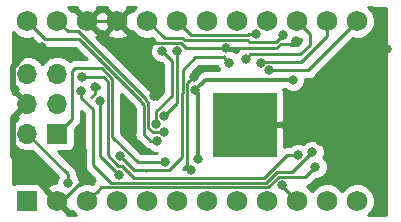
<source format=gbr>
G04 #@! TF.GenerationSoftware,KiCad,Pcbnew,(5.0.0)*
G04 #@! TF.CreationDate,2018-09-27T10:12:33-06:00*
G04 #@! TF.ProjectId,NRF52832 Base,4E5246353238333220426173652E6B69,rev?*
G04 #@! TF.SameCoordinates,Original*
G04 #@! TF.FileFunction,Copper,L2,Bot,Signal*
G04 #@! TF.FilePolarity,Positive*
%FSLAX46Y46*%
G04 Gerber Fmt 4.6, Leading zero omitted, Abs format (unit mm)*
G04 Created by KiCad (PCBNEW (5.0.0)) date 09/27/18 10:12:33*
%MOMM*%
%LPD*%
G01*
G04 APERTURE LIST*
G04 #@! TA.AperFunction,Conductor*
%ADD10R,5.400000X5.400000*%
G04 #@! TD*
G04 #@! TA.AperFunction,ViaPad*
%ADD11C,0.600000*%
G04 #@! TD*
G04 #@! TA.AperFunction,ComponentPad*
%ADD12R,1.752600X1.752600*%
G04 #@! TD*
G04 #@! TA.AperFunction,ComponentPad*
%ADD13C,1.752600*%
G04 #@! TD*
G04 #@! TA.AperFunction,ComponentPad*
%ADD14R,1.700000X1.700000*%
G04 #@! TD*
G04 #@! TA.AperFunction,ComponentPad*
%ADD15O,1.700000X1.700000*%
G04 #@! TD*
G04 #@! TA.AperFunction,ViaPad*
%ADD16C,0.800000*%
G04 #@! TD*
G04 #@! TA.AperFunction,Conductor*
%ADD17C,0.250000*%
G04 #@! TD*
G04 #@! TA.AperFunction,Conductor*
%ADD18C,0.500000*%
G04 #@! TD*
G04 #@! TA.AperFunction,Conductor*
%ADD19C,0.330000*%
G04 #@! TD*
G04 #@! TA.AperFunction,Conductor*
%ADD20C,0.254000*%
G04 #@! TD*
G04 APERTURE END LIST*
D10*
G04 #@! TO.N,GND*
G04 #@! TO.C,U1*
X131445000Y-90678000D03*
D11*
X129978333Y-89944667D03*
X129978333Y-91411333D03*
X130711667Y-89211333D03*
X130711667Y-89944667D03*
X130711667Y-90678000D03*
X130711667Y-91411333D03*
X130711667Y-92144667D03*
X131445000Y-89944667D03*
X131445000Y-91411333D03*
X132178333Y-89211333D03*
X132178333Y-89944667D03*
X132178333Y-90678000D03*
X132178333Y-91411333D03*
X132178333Y-92144667D03*
X132911667Y-89944667D03*
X132911667Y-91411333D03*
G04 #@! TD*
D12*
G04 #@! TO.P,U2,1*
G04 #@! TO.N,RAW*
X113030000Y-97155000D03*
D13*
G04 #@! TO.P,U2,2*
G04 #@! TO.N,GND*
X115570000Y-97155000D03*
G04 #@! TO.P,U2,3*
G04 #@! TO.N,RESET*
X118110000Y-97155000D03*
G04 #@! TO.P,U2,4*
G04 #@! TO.N,VCC*
X120650000Y-97155000D03*
G04 #@! TO.P,U2,5*
G04 #@! TO.N,/P0.07*
X123190000Y-97155000D03*
G04 #@! TO.P,U2,6*
G04 #@! TO.N,/P0.09*
X125730000Y-97155000D03*
G04 #@! TO.P,U2,7*
G04 #@! TO.N,/P0.10*
X128270000Y-97155000D03*
G04 #@! TO.P,U2,8*
G04 #@! TO.N,/P0.11*
X130810000Y-97155000D03*
G04 #@! TO.P,U2,9*
G04 #@! TO.N,SCK*
X133350000Y-97155000D03*
G04 #@! TO.P,U2,10*
G04 #@! TO.N,MISO*
X135890000Y-97155000D03*
G04 #@! TO.P,U2,11*
G04 #@! TO.N,MOSI*
X138430000Y-97155000D03*
G04 #@! TO.P,U2,12*
G04 #@! TO.N,/P0.18*
X140970000Y-97155000D03*
G04 #@! TO.P,U2,24*
G04 #@! TO.N,/P0.27*
X140970000Y-81915000D03*
G04 #@! TO.P,U2,23*
G04 #@! TO.N,/P0.28*
X138430000Y-81915000D03*
G04 #@! TO.P,U2,22*
G04 #@! TO.N,/P0.29*
X135890000Y-81915000D03*
G04 #@! TO.P,U2,21*
G04 #@! TO.N,/P0.30*
X133350000Y-81915000D03*
G04 #@! TO.P,U2,20*
G04 #@! TO.N,/P0.02*
X130810000Y-81915000D03*
G04 #@! TO.P,U2,19*
G04 #@! TO.N,/P0.03*
X128270000Y-81915000D03*
G04 #@! TO.P,U2,18*
G04 #@! TO.N,SCL*
X125730000Y-81915000D03*
G04 #@! TO.P,U2,17*
G04 #@! TO.N,SDA*
X123190000Y-81915000D03*
G04 #@! TO.P,U2,16*
G04 #@! TO.N,GND*
X120650000Y-81915000D03*
G04 #@! TO.P,U2,15*
X118110000Y-81915000D03*
G04 #@! TO.P,U2,14*
G04 #@! TO.N,/P0.04*
X115570000Y-81915000D03*
G04 #@! TO.P,U2,13*
G04 #@! TO.N,/P0.05*
X113030000Y-81915000D03*
G04 #@! TD*
D14*
G04 #@! TO.P,J1,1*
G04 #@! TO.N,RXD*
X115570000Y-91440000D03*
D15*
G04 #@! TO.P,J1,2*
G04 #@! TO.N,TXD*
X113030000Y-91440000D03*
G04 #@! TO.P,J1,3*
G04 #@! TO.N,VCC*
X115570000Y-88900000D03*
G04 #@! TO.P,J1,4*
G04 #@! TO.N,GND*
X113030000Y-88900000D03*
G04 #@! TO.P,J1,5*
G04 #@! TO.N,SWDCLK*
X115570000Y-86360000D03*
G04 #@! TO.P,J1,6*
G04 #@! TO.N,SWDIO*
X113030000Y-86360000D03*
G04 #@! TD*
D16*
G04 #@! TO.N,GND*
X140970000Y-84455000D03*
X140970000Y-87932260D03*
X140970000Y-89408000D03*
X142875000Y-93345000D03*
X142875000Y-90805000D03*
X140970000Y-86360000D03*
X137160000Y-87386160D03*
X132969000Y-92202000D03*
X131445000Y-92202000D03*
X129921000Y-92202000D03*
X129921000Y-90678000D03*
X131445000Y-90678000D03*
X132969000Y-90678000D03*
X132969000Y-89154000D03*
X131445000Y-89154000D03*
X129921000Y-89154000D03*
X141605000Y-94615000D03*
X142875000Y-95250000D03*
X137795000Y-92075000D03*
X143514000Y-84270000D03*
X129844800Y-84226396D03*
X126898400Y-94488000D03*
X127152400Y-86614000D03*
X122326400Y-84480400D03*
X118770400Y-87477600D03*
X114249200Y-84124800D03*
X135788400Y-83566000D03*
X135839200Y-91795600D03*
X123748800Y-88290400D03*
X121793000Y-90551000D03*
G04 #@! TO.N,VCC*
X127457200Y-93624400D03*
X135534400Y-86867999D03*
X119168579Y-88648805D03*
X127249443Y-87757000D03*
X120802400Y-94928674D03*
G04 #@! TO.N,MISO*
X134620000Y-95766460D03*
G04 #@! TO.N,SDA*
X134670800Y-83108800D03*
G04 #@! TO.N,SCL*
X132380572Y-83002972D03*
G04 #@! TO.N,RESET*
X137414000Y-94234000D03*
G04 #@! TO.N,VBATT*
X130120484Y-85425361D03*
X120898698Y-93375702D03*
G04 #@! TO.N,SWDCLK*
X135946102Y-93274102D03*
X117652800Y-86614000D03*
G04 #@! TO.N,SWDIO*
X137160000Y-93014800D03*
X117602000Y-87846000D03*
G04 #@! TO.N,/P0.02*
X125730000Y-84455000D03*
X124626971Y-89955467D03*
G04 #@! TO.N,/P0.03*
X124460000Y-84455000D03*
X123951961Y-90627213D03*
G04 #@! TO.N,/P0.04*
X124618112Y-91320934D03*
G04 #@! TO.N,/P0.05*
X123996003Y-92038919D03*
G04 #@! TO.N,TXD*
X116484400Y-95656400D03*
G04 #@! TO.N,RXD*
X124663200Y-93878400D03*
G04 #@! TO.N,/P0.27*
X133512503Y-86063860D03*
G04 #@! TO.N,/P0.28*
X132791200Y-85445600D03*
G04 #@! TO.N,/P0.29*
X131521200Y-85140794D03*
G04 #@! TD*
D17*
G04 #@! TO.N,GND*
X126054002Y-83779998D02*
X126500400Y-84226396D01*
X120650000Y-81915000D02*
X122514998Y-83779998D01*
X129279115Y-84226396D02*
X129844800Y-84226396D01*
X122514998Y-83779998D02*
X126054002Y-83779998D01*
X126500400Y-84226396D02*
X129279115Y-84226396D01*
X119349275Y-81915000D02*
X120650000Y-81915000D01*
X118110000Y-81915000D02*
X119349275Y-81915000D01*
D18*
X112180001Y-89749999D02*
X113030000Y-88900000D01*
X111779999Y-90150001D02*
X112180001Y-89749999D01*
X111779999Y-93364999D02*
X111779999Y-90150001D01*
X115570000Y-97155000D02*
X111779999Y-93364999D01*
D17*
X134118903Y-84226396D02*
X134474499Y-83870800D01*
X129844800Y-84226396D02*
X134118903Y-84226396D01*
X134474499Y-83870800D02*
X135483600Y-83870800D01*
X135483600Y-83870800D02*
X135788400Y-83566000D01*
X118770400Y-88069598D02*
X118465600Y-88374398D01*
X118770400Y-87477600D02*
X118770400Y-88069598D01*
D18*
X113683515Y-84124800D02*
X114249200Y-84124800D01*
X113415198Y-84124800D02*
X113683515Y-84124800D01*
X111779999Y-85759999D02*
X113415198Y-84124800D01*
X111779999Y-87649999D02*
X111779999Y-85759999D01*
X113030000Y-88900000D02*
X111779999Y-87649999D01*
D17*
X122726399Y-83991399D02*
X122514998Y-83779998D01*
X122726399Y-84080401D02*
X122726399Y-83991399D01*
X122326400Y-84480400D02*
X122726399Y-84080401D01*
X115984802Y-97155000D02*
X117906800Y-95233002D01*
X115570000Y-97155000D02*
X115984802Y-97155000D01*
X117906800Y-95233002D02*
X117906800Y-92760800D01*
X126898400Y-94488000D02*
X126530022Y-94119622D01*
X126530022Y-88171478D02*
X126574433Y-88127067D01*
X126752401Y-87013999D02*
X127152400Y-86614000D01*
X126574433Y-87191967D02*
X126752401Y-87013999D01*
X126574433Y-88127067D02*
X126574433Y-87191967D01*
X126530022Y-94119622D02*
X126530022Y-88171478D01*
D19*
G04 #@! TO.N,VCC*
X127457200Y-93624400D02*
X127457200Y-87964757D01*
X135534400Y-86867999D02*
X128138444Y-86867999D01*
X127649442Y-87357001D02*
X127249443Y-87757000D01*
X127457200Y-87964757D02*
X127249443Y-87757000D01*
X128138444Y-86867999D02*
X127649442Y-87357001D01*
D17*
X119168579Y-93294853D02*
X120402401Y-94528675D01*
X120402401Y-94528675D02*
X120802400Y-94928674D01*
X119168579Y-88648805D02*
X119168579Y-93294853D01*
G04 #@! TO.N,MISO*
X135890000Y-97155000D02*
X134620000Y-95885000D01*
X134620000Y-95885000D02*
X134620000Y-95766460D01*
G04 #@! TO.N,SDA*
X134270801Y-83508799D02*
X134670800Y-83108800D01*
X134061200Y-83718400D02*
X134270801Y-83508799D01*
X124654987Y-83379987D02*
X126219691Y-83379987D01*
X123190000Y-81915000D02*
X124654987Y-83379987D01*
X126219691Y-83379987D02*
X126327030Y-83487326D01*
X126327030Y-83487326D02*
X131662722Y-83487326D01*
X131662722Y-83487326D02*
X131893796Y-83718400D01*
X131893796Y-83718400D02*
X134061200Y-83718400D01*
G04 #@! TO.N,SCL*
X131738690Y-83079169D02*
X131814887Y-83002972D01*
X131814887Y-83002972D02*
X132380572Y-83002972D01*
X126894169Y-83079169D02*
X131738690Y-83079169D01*
X125730000Y-81915000D02*
X126894169Y-83079169D01*
G04 #@! TO.N,RESET*
X122070603Y-96003699D02*
X119261301Y-96003699D01*
X134335140Y-95091460D02*
X133427378Y-95999222D01*
X133427378Y-95999222D02*
X122075080Y-95999222D01*
X122075080Y-95999222D02*
X122070603Y-96003699D01*
X119261301Y-96003699D02*
X118986299Y-96278701D01*
X118986299Y-96278701D02*
X118110000Y-97155000D01*
X136556540Y-95091460D02*
X134335140Y-95091460D01*
X137414000Y-94234000D02*
X136556540Y-95091460D01*
G04 #@! TO.N,VBATT*
X129720485Y-85025362D02*
X130120484Y-85425361D01*
X129671467Y-84886800D02*
X129671467Y-84976344D01*
X129671467Y-84976344D02*
X129720485Y-85025362D01*
X123103001Y-94553401D02*
X123066802Y-94589600D01*
X123103001Y-94553401D02*
X122076397Y-94553401D01*
X122076397Y-94553401D02*
X120898698Y-93375702D01*
X126174422Y-87961378D02*
X126130011Y-88005789D01*
X129671467Y-84976344D02*
X127215256Y-84976344D01*
X127215256Y-84976344D02*
X126174422Y-86017178D01*
X126130011Y-93410591D02*
X124987201Y-94553401D01*
X126130011Y-88005789D02*
X126130011Y-93410591D01*
X126174422Y-86017178D02*
X126174422Y-87961378D01*
X124987201Y-94553401D02*
X123103001Y-94553401D01*
G04 #@! TO.N,SWDCLK*
X118218485Y-86614000D02*
X117652800Y-86614000D01*
X135021098Y-93274102D02*
X133096000Y-95199200D01*
X133096000Y-95199200D02*
X122046526Y-95199200D01*
X119843589Y-93275189D02*
X119843589Y-86975989D01*
X135946102Y-93274102D02*
X135021098Y-93274102D01*
X122046526Y-95199200D02*
X121015925Y-94168599D01*
X119481600Y-86614000D02*
X118218485Y-86614000D01*
X119843589Y-86975989D02*
X119481600Y-86614000D01*
X121015925Y-94168599D02*
X120736999Y-94168599D01*
X120736999Y-94168599D02*
X119843589Y-93275189D01*
G04 #@! TO.N,SWDIO*
X121295316Y-95603688D02*
X120089288Y-95603688D01*
X117602000Y-88411685D02*
X117602000Y-87846000D01*
X121299793Y-95599211D02*
X121295316Y-95603688D01*
X120089288Y-95603688D02*
X118567200Y-94081600D01*
X118567200Y-89376885D02*
X117602000Y-88411685D01*
X133261689Y-95599211D02*
X121299793Y-95599211D01*
X134169453Y-94691447D02*
X133261689Y-95599211D01*
X135483353Y-94691447D02*
X134169453Y-94691447D01*
X137160000Y-93014800D02*
X135483353Y-94691447D01*
X118567200Y-94081600D02*
X118567200Y-89376885D01*
G04 #@! TO.N,/P0.02*
X125026970Y-89555468D02*
X124626971Y-89955467D01*
X125730000Y-84455000D02*
X125730000Y-88852438D01*
X125730000Y-88852438D02*
X125026970Y-89555468D01*
G04 #@! TO.N,/P0.03*
X123951961Y-90061528D02*
X123951961Y-90627213D01*
X125272800Y-88239600D02*
X123951961Y-89560439D01*
X124460000Y-84455000D02*
X125272800Y-85267800D01*
X125272800Y-85267800D02*
X125272800Y-88239600D01*
X123951961Y-89560439D02*
X123951961Y-90061528D01*
G04 #@! TO.N,/P0.04*
X115570000Y-81915000D02*
X116446299Y-82791299D01*
X123636635Y-91320934D02*
X124052427Y-91320934D01*
X123073799Y-88614401D02*
X123272952Y-88813554D01*
X116446299Y-82791299D02*
X117355999Y-82791299D01*
X123073799Y-88509099D02*
X123073799Y-88614401D01*
X117355999Y-82791299D02*
X123073799Y-88509099D01*
X124052427Y-91320934D02*
X124618112Y-91320934D01*
X123272952Y-88813554D02*
X123272952Y-90957251D01*
X123272952Y-90957251D02*
X123636635Y-91320934D01*
G04 #@! TO.N,/P0.05*
X114528600Y-83413600D02*
X117412600Y-83413600D01*
X122872941Y-91481542D02*
X123430318Y-92038919D01*
X123430318Y-92038919D02*
X123996003Y-92038919D01*
X117412600Y-83413600D02*
X122673788Y-88674788D01*
X122673788Y-88674788D02*
X122673788Y-88780090D01*
X113030000Y-81915000D02*
X114528600Y-83413600D01*
X122673788Y-88780090D02*
X122872941Y-88979243D01*
X122872941Y-88979243D02*
X122872941Y-91481542D01*
G04 #@! TO.N,TXD*
X113030000Y-91440000D02*
X116484400Y-94894400D01*
X116484400Y-95090715D02*
X116484400Y-95656400D01*
X116484400Y-94894400D02*
X116484400Y-95090715D01*
G04 #@! TO.N,RXD*
X116840000Y-90170000D02*
X116840000Y-86106000D01*
X120243600Y-91744800D02*
X122377200Y-93878400D01*
X116840000Y-86106000D02*
X117043200Y-85902800D01*
X117043200Y-85902800D02*
X119336100Y-85902800D01*
X122377200Y-93878400D02*
X124663200Y-93878400D01*
X119336100Y-85902800D02*
X120243600Y-86810300D01*
X115570000Y-91440000D02*
X116840000Y-90170000D01*
X120243600Y-86810300D02*
X120243600Y-91744800D01*
G04 #@! TO.N,/P0.27*
X136821140Y-86063860D02*
X134078188Y-86063860D01*
X134078188Y-86063860D02*
X133512503Y-86063860D01*
X140970000Y-81915000D02*
X136821140Y-86063860D01*
G04 #@! TO.N,/P0.28*
X132892800Y-85344000D02*
X132791200Y-85445600D01*
X138430000Y-83154275D02*
X136240275Y-85344000D01*
X136240275Y-85344000D02*
X132892800Y-85344000D01*
X138430000Y-81915000D02*
X138430000Y-83154275D01*
G04 #@! TO.N,/P0.29*
X131921199Y-84740795D02*
X131521200Y-85140794D01*
X131927594Y-84734400D02*
X131921199Y-84740795D01*
X136144000Y-84734400D02*
X131927594Y-84734400D01*
X136956800Y-83921600D02*
X136144000Y-84734400D01*
X135890000Y-81915000D02*
X136956800Y-82981800D01*
X136956800Y-82981800D02*
X136956800Y-83921600D01*
G04 #@! TD*
D20*
G04 #@! TO.N,GND*
G36*
X142150197Y-80734803D02*
X142191399Y-80762333D01*
X142240000Y-80772000D01*
X143383000Y-80772000D01*
X143383000Y-98298000D01*
X142240000Y-98298000D01*
X142191399Y-98307667D01*
X142150197Y-98335197D01*
X142140306Y-98350000D01*
X141912301Y-98350000D01*
X142251218Y-98011083D01*
X142481300Y-97455616D01*
X142481300Y-96854384D01*
X142251218Y-96298917D01*
X141826083Y-95873782D01*
X141270616Y-95643700D01*
X140669384Y-95643700D01*
X140113917Y-95873782D01*
X139700000Y-96287699D01*
X139286083Y-95873782D01*
X138730616Y-95643700D01*
X138129384Y-95643700D01*
X137573917Y-95873782D01*
X137160000Y-96287699D01*
X136746083Y-95873782D01*
X136672468Y-95843290D01*
X136853077Y-95807364D01*
X137104469Y-95639389D01*
X137146871Y-95575930D01*
X137453801Y-95269000D01*
X137619874Y-95269000D01*
X138000280Y-95111431D01*
X138291431Y-94820280D01*
X138449000Y-94439874D01*
X138449000Y-94028126D01*
X138291431Y-93647720D01*
X138098165Y-93454454D01*
X138195000Y-93220674D01*
X138195000Y-92808926D01*
X138037431Y-92428520D01*
X137746280Y-92137369D01*
X137365874Y-91979800D01*
X136954126Y-91979800D01*
X136573720Y-92137369D01*
X136378258Y-92332831D01*
X136151976Y-92239102D01*
X135740228Y-92239102D01*
X135359822Y-92396671D01*
X135242391Y-92514102D01*
X135095946Y-92514102D01*
X135021098Y-92499214D01*
X134946250Y-92514102D01*
X134946246Y-92514102D01*
X134780000Y-92547170D01*
X134780000Y-90963750D01*
X134621250Y-90805000D01*
X133338395Y-90805000D01*
X133356471Y-90786924D01*
X133364274Y-90783692D01*
X133364580Y-90778815D01*
X133376486Y-90766909D01*
X133370907Y-90678000D01*
X133376486Y-90589091D01*
X133364580Y-90577185D01*
X133364274Y-90572308D01*
X133357673Y-90570278D01*
X133338395Y-90551000D01*
X134621250Y-90551000D01*
X134780000Y-90392250D01*
X134780000Y-87851690D01*
X134703913Y-87667999D01*
X134870689Y-87667999D01*
X134948120Y-87745430D01*
X135328526Y-87902999D01*
X135740274Y-87902999D01*
X136120680Y-87745430D01*
X136411831Y-87454279D01*
X136569400Y-87073873D01*
X136569400Y-86823860D01*
X136746293Y-86823860D01*
X136821140Y-86838748D01*
X136895987Y-86823860D01*
X136895992Y-86823860D01*
X137117677Y-86779764D01*
X137369069Y-86611789D01*
X137411471Y-86548330D01*
X140573301Y-83386501D01*
X140669384Y-83426300D01*
X141270616Y-83426300D01*
X141826083Y-83196218D01*
X142251218Y-82771083D01*
X142481300Y-82215616D01*
X142481300Y-81614384D01*
X142251218Y-81058917D01*
X141912301Y-80720000D01*
X142140306Y-80720000D01*
X142150197Y-80734803D01*
X142150197Y-80734803D01*
G37*
X142150197Y-80734803D02*
X142191399Y-80762333D01*
X142240000Y-80772000D01*
X143383000Y-80772000D01*
X143383000Y-98298000D01*
X142240000Y-98298000D01*
X142191399Y-98307667D01*
X142150197Y-98335197D01*
X142140306Y-98350000D01*
X141912301Y-98350000D01*
X142251218Y-98011083D01*
X142481300Y-97455616D01*
X142481300Y-96854384D01*
X142251218Y-96298917D01*
X141826083Y-95873782D01*
X141270616Y-95643700D01*
X140669384Y-95643700D01*
X140113917Y-95873782D01*
X139700000Y-96287699D01*
X139286083Y-95873782D01*
X138730616Y-95643700D01*
X138129384Y-95643700D01*
X137573917Y-95873782D01*
X137160000Y-96287699D01*
X136746083Y-95873782D01*
X136672468Y-95843290D01*
X136853077Y-95807364D01*
X137104469Y-95639389D01*
X137146871Y-95575930D01*
X137453801Y-95269000D01*
X137619874Y-95269000D01*
X138000280Y-95111431D01*
X138291431Y-94820280D01*
X138449000Y-94439874D01*
X138449000Y-94028126D01*
X138291431Y-93647720D01*
X138098165Y-93454454D01*
X138195000Y-93220674D01*
X138195000Y-92808926D01*
X138037431Y-92428520D01*
X137746280Y-92137369D01*
X137365874Y-91979800D01*
X136954126Y-91979800D01*
X136573720Y-92137369D01*
X136378258Y-92332831D01*
X136151976Y-92239102D01*
X135740228Y-92239102D01*
X135359822Y-92396671D01*
X135242391Y-92514102D01*
X135095946Y-92514102D01*
X135021098Y-92499214D01*
X134946250Y-92514102D01*
X134946246Y-92514102D01*
X134780000Y-92547170D01*
X134780000Y-90963750D01*
X134621250Y-90805000D01*
X133338395Y-90805000D01*
X133356471Y-90786924D01*
X133364274Y-90783692D01*
X133364580Y-90778815D01*
X133376486Y-90766909D01*
X133370907Y-90678000D01*
X133376486Y-90589091D01*
X133364580Y-90577185D01*
X133364274Y-90572308D01*
X133357673Y-90570278D01*
X133338395Y-90551000D01*
X134621250Y-90551000D01*
X134780000Y-90392250D01*
X134780000Y-87851690D01*
X134703913Y-87667999D01*
X134870689Y-87667999D01*
X134948120Y-87745430D01*
X135328526Y-87902999D01*
X135740274Y-87902999D01*
X136120680Y-87745430D01*
X136411831Y-87454279D01*
X136569400Y-87073873D01*
X136569400Y-86823860D01*
X136746293Y-86823860D01*
X136821140Y-86838748D01*
X136895987Y-86823860D01*
X136895992Y-86823860D01*
X137117677Y-86779764D01*
X137369069Y-86611789D01*
X137411471Y-86548330D01*
X140573301Y-83386501D01*
X140669384Y-83426300D01*
X141270616Y-83426300D01*
X141826083Y-83196218D01*
X142251218Y-82771083D01*
X142481300Y-82215616D01*
X142481300Y-81614384D01*
X142251218Y-81058917D01*
X141912301Y-80720000D01*
X142140306Y-80720000D01*
X142150197Y-80734803D01*
G36*
X115763748Y-97140858D02*
X115749605Y-97155000D01*
X116633001Y-98038396D01*
X116815278Y-97978480D01*
X116828782Y-98011083D01*
X117167699Y-98350000D01*
X116410007Y-98350000D01*
X116453396Y-98218001D01*
X115570000Y-97334605D01*
X115555858Y-97348748D01*
X115376253Y-97169143D01*
X115390395Y-97155000D01*
X115376253Y-97140858D01*
X115555858Y-96961253D01*
X115570000Y-96975395D01*
X115584143Y-96961253D01*
X115763748Y-97140858D01*
X115763748Y-97140858D01*
G37*
X115763748Y-97140858D02*
X115749605Y-97155000D01*
X116633001Y-98038396D01*
X116815278Y-97978480D01*
X116828782Y-98011083D01*
X117167699Y-98350000D01*
X116410007Y-98350000D01*
X116453396Y-98218001D01*
X115570000Y-97334605D01*
X115555858Y-97348748D01*
X115376253Y-97169143D01*
X115390395Y-97155000D01*
X115376253Y-97140858D01*
X115555858Y-96961253D01*
X115570000Y-96975395D01*
X115584143Y-96961253D01*
X115763748Y-97140858D01*
G36*
X111959375Y-92510625D02*
X112450582Y-92838839D01*
X112883744Y-92925000D01*
X113176256Y-92925000D01*
X113396408Y-92881209D01*
X115600627Y-95085430D01*
X115449400Y-95450526D01*
X115449400Y-95647505D01*
X115204332Y-95658109D01*
X114770104Y-95837973D01*
X114686605Y-96091997D01*
X114571977Y-95977369D01*
X114506772Y-96042574D01*
X114504457Y-96030935D01*
X114364109Y-95820891D01*
X114154065Y-95680543D01*
X113906300Y-95631260D01*
X112153700Y-95631260D01*
X111905935Y-95680543D01*
X111835000Y-95727941D01*
X111835000Y-92324485D01*
X111959375Y-92510625D01*
X111959375Y-92510625D01*
G37*
X111959375Y-92510625D02*
X112450582Y-92838839D01*
X112883744Y-92925000D01*
X113176256Y-92925000D01*
X113396408Y-92881209D01*
X115600627Y-95085430D01*
X115449400Y-95450526D01*
X115449400Y-95647505D01*
X115204332Y-95658109D01*
X114770104Y-95837973D01*
X114686605Y-96091997D01*
X114571977Y-95977369D01*
X114506772Y-96042574D01*
X114504457Y-96030935D01*
X114364109Y-95820891D01*
X114154065Y-95680543D01*
X113906300Y-95631260D01*
X112153700Y-95631260D01*
X111905935Y-95680543D01*
X111835000Y-95727941D01*
X111835000Y-92324485D01*
X111959375Y-92510625D01*
G36*
X117807201Y-89691688D02*
X117807200Y-94006753D01*
X117792312Y-94081600D01*
X117807200Y-94156447D01*
X117807200Y-94156451D01*
X117851296Y-94378136D01*
X118019271Y-94629529D01*
X118082730Y-94671931D01*
X118805206Y-95394408D01*
X118713372Y-95455770D01*
X118670970Y-95519229D01*
X118506700Y-95683499D01*
X118410616Y-95643700D01*
X117809384Y-95643700D01*
X117519400Y-95763815D01*
X117519400Y-95450526D01*
X117361831Y-95070120D01*
X117247147Y-94955436D01*
X117259288Y-94894399D01*
X117244400Y-94819552D01*
X117244400Y-94819548D01*
X117200304Y-94597863D01*
X117154074Y-94528675D01*
X117074729Y-94409926D01*
X117074727Y-94409924D01*
X117032329Y-94346471D01*
X116968876Y-94304073D01*
X115602242Y-92937440D01*
X116420000Y-92937440D01*
X116667765Y-92888157D01*
X116877809Y-92747809D01*
X117018157Y-92537765D01*
X117067440Y-92290000D01*
X117067440Y-91017362D01*
X117324473Y-90760329D01*
X117387929Y-90717929D01*
X117555904Y-90466537D01*
X117600000Y-90244852D01*
X117600000Y-90244848D01*
X117614888Y-90170001D01*
X117600000Y-90095154D01*
X117600000Y-89484487D01*
X117807201Y-89691688D01*
X117807201Y-89691688D01*
G37*
X117807201Y-89691688D02*
X117807200Y-94006753D01*
X117792312Y-94081600D01*
X117807200Y-94156447D01*
X117807200Y-94156451D01*
X117851296Y-94378136D01*
X118019271Y-94629529D01*
X118082730Y-94671931D01*
X118805206Y-95394408D01*
X118713372Y-95455770D01*
X118670970Y-95519229D01*
X118506700Y-95683499D01*
X118410616Y-95643700D01*
X117809384Y-95643700D01*
X117519400Y-95763815D01*
X117519400Y-95450526D01*
X117361831Y-95070120D01*
X117247147Y-94955436D01*
X117259288Y-94894399D01*
X117244400Y-94819552D01*
X117244400Y-94819548D01*
X117200304Y-94597863D01*
X117154074Y-94528675D01*
X117074729Y-94409926D01*
X117074727Y-94409924D01*
X117032329Y-94346471D01*
X116968876Y-94304073D01*
X115602242Y-92937440D01*
X116420000Y-92937440D01*
X116667765Y-92888157D01*
X116877809Y-92747809D01*
X117018157Y-92537765D01*
X117067440Y-92290000D01*
X117067440Y-91017362D01*
X117324473Y-90760329D01*
X117387929Y-90717929D01*
X117555904Y-90466537D01*
X117600000Y-90244852D01*
X117600000Y-90244848D01*
X117614888Y-90170001D01*
X117600000Y-90095154D01*
X117600000Y-89484487D01*
X117807201Y-89691688D01*
G36*
X126579769Y-94210680D02*
X126808289Y-94439200D01*
X126176204Y-94439200D01*
X126528500Y-94086905D01*
X126579769Y-94210680D01*
X126579769Y-94210680D01*
G37*
X126579769Y-94210680D02*
X126808289Y-94439200D01*
X126176204Y-94439200D01*
X126528500Y-94086905D01*
X126579769Y-94210680D01*
G36*
X121947222Y-89023025D02*
X121957884Y-89076627D01*
X122112941Y-89308686D01*
X122112942Y-91406690D01*
X122098053Y-91481542D01*
X122157038Y-91778079D01*
X122214409Y-91863940D01*
X122325013Y-92029471D01*
X122388469Y-92071871D01*
X122839989Y-92523392D01*
X122882389Y-92586848D01*
X123133781Y-92754823D01*
X123276606Y-92783233D01*
X123409723Y-92916350D01*
X123790129Y-93073919D01*
X124003970Y-93073919D01*
X123959489Y-93118400D01*
X122692002Y-93118400D01*
X121003600Y-91429999D01*
X121003600Y-88079403D01*
X121947222Y-89023025D01*
X121947222Y-89023025D01*
G37*
X121947222Y-89023025D02*
X121957884Y-89076627D01*
X122112941Y-89308686D01*
X122112942Y-91406690D01*
X122098053Y-91481542D01*
X122157038Y-91778079D01*
X122214409Y-91863940D01*
X122325013Y-92029471D01*
X122388469Y-92071871D01*
X122839989Y-92523392D01*
X122882389Y-92586848D01*
X123133781Y-92754823D01*
X123276606Y-92783233D01*
X123409723Y-92916350D01*
X123790129Y-93073919D01*
X124003970Y-93073919D01*
X123959489Y-93118400D01*
X122692002Y-93118400D01*
X121003600Y-91429999D01*
X121003600Y-88079403D01*
X121947222Y-89023025D01*
G36*
X112148642Y-90095183D02*
X112278478Y-90156157D01*
X111959375Y-90369375D01*
X111835000Y-90555515D01*
X111835000Y-89751026D01*
X112148642Y-90095183D01*
X112148642Y-90095183D01*
G37*
X112148642Y-90095183D02*
X112278478Y-90156157D01*
X111959375Y-90369375D01*
X111835000Y-90555515D01*
X111835000Y-89751026D01*
X112148642Y-90095183D01*
G36*
X113157000Y-88773000D02*
X113177000Y-88773000D01*
X113177000Y-89027000D01*
X113157000Y-89027000D01*
X113157000Y-89047000D01*
X112903000Y-89047000D01*
X112903000Y-89027000D01*
X112883000Y-89027000D01*
X112883000Y-88773000D01*
X112903000Y-88773000D01*
X112903000Y-88753000D01*
X113157000Y-88753000D01*
X113157000Y-88773000D01*
X113157000Y-88773000D01*
G37*
X113157000Y-88773000D02*
X113177000Y-88773000D01*
X113177000Y-89027000D01*
X113157000Y-89027000D01*
X113157000Y-89047000D01*
X112903000Y-89047000D01*
X112903000Y-89027000D01*
X112883000Y-89027000D01*
X112883000Y-88773000D01*
X112903000Y-88773000D01*
X112903000Y-88753000D01*
X113157000Y-88753000D01*
X113157000Y-88773000D01*
G36*
X117226604Y-80851999D02*
X118110000Y-81735395D01*
X118993396Y-80851999D01*
X118950007Y-80720000D01*
X119809993Y-80720000D01*
X119766604Y-80851999D01*
X120650000Y-81735395D01*
X121533396Y-80851999D01*
X121490007Y-80720000D01*
X122247699Y-80720000D01*
X121908782Y-81058917D01*
X121895278Y-81091520D01*
X121713001Y-81031604D01*
X120829605Y-81915000D01*
X121713001Y-82798396D01*
X121895278Y-82738480D01*
X121908782Y-82771083D01*
X122333917Y-83196218D01*
X122889384Y-83426300D01*
X123490616Y-83426300D01*
X123586699Y-83386501D01*
X123825743Y-83625546D01*
X123582569Y-83868720D01*
X123425000Y-84249126D01*
X123425000Y-84660874D01*
X123582569Y-85041280D01*
X123873720Y-85332431D01*
X124254126Y-85490000D01*
X124420198Y-85490000D01*
X124512800Y-85582602D01*
X124512801Y-87924797D01*
X123961509Y-88476089D01*
X123820881Y-88265625D01*
X123797097Y-88249733D01*
X123789703Y-88212562D01*
X123690562Y-88064187D01*
X123664128Y-88024625D01*
X123664126Y-88024623D01*
X123621728Y-87961170D01*
X123558275Y-87918772D01*
X118882766Y-83243265D01*
X118909896Y-83232027D01*
X118993396Y-82978001D01*
X119766604Y-82978001D01*
X119850104Y-83232027D01*
X120414997Y-83437882D01*
X121015668Y-83411891D01*
X121449896Y-83232027D01*
X121533396Y-82978001D01*
X120650000Y-82094605D01*
X119766604Y-82978001D01*
X118993396Y-82978001D01*
X118110000Y-82094605D01*
X118095858Y-82108748D01*
X117916253Y-81929143D01*
X117930395Y-81915000D01*
X118289605Y-81915000D01*
X119173001Y-82798396D01*
X119380000Y-82730354D01*
X119586999Y-82798396D01*
X120470395Y-81915000D01*
X119586999Y-81031604D01*
X119380000Y-81099646D01*
X119173001Y-81031604D01*
X118289605Y-81915000D01*
X117930395Y-81915000D01*
X117046999Y-81031604D01*
X116864722Y-81091520D01*
X116851218Y-81058917D01*
X116512301Y-80720000D01*
X117269993Y-80720000D01*
X117226604Y-80851999D01*
X117226604Y-80851999D01*
G37*
X117226604Y-80851999D02*
X118110000Y-81735395D01*
X118993396Y-80851999D01*
X118950007Y-80720000D01*
X119809993Y-80720000D01*
X119766604Y-80851999D01*
X120650000Y-81735395D01*
X121533396Y-80851999D01*
X121490007Y-80720000D01*
X122247699Y-80720000D01*
X121908782Y-81058917D01*
X121895278Y-81091520D01*
X121713001Y-81031604D01*
X120829605Y-81915000D01*
X121713001Y-82798396D01*
X121895278Y-82738480D01*
X121908782Y-82771083D01*
X122333917Y-83196218D01*
X122889384Y-83426300D01*
X123490616Y-83426300D01*
X123586699Y-83386501D01*
X123825743Y-83625546D01*
X123582569Y-83868720D01*
X123425000Y-84249126D01*
X123425000Y-84660874D01*
X123582569Y-85041280D01*
X123873720Y-85332431D01*
X124254126Y-85490000D01*
X124420198Y-85490000D01*
X124512800Y-85582602D01*
X124512801Y-87924797D01*
X123961509Y-88476089D01*
X123820881Y-88265625D01*
X123797097Y-88249733D01*
X123789703Y-88212562D01*
X123690562Y-88064187D01*
X123664128Y-88024625D01*
X123664126Y-88024623D01*
X123621728Y-87961170D01*
X123558275Y-87918772D01*
X118882766Y-83243265D01*
X118909896Y-83232027D01*
X118993396Y-82978001D01*
X119766604Y-82978001D01*
X119850104Y-83232027D01*
X120414997Y-83437882D01*
X121015668Y-83411891D01*
X121449896Y-83232027D01*
X121533396Y-82978001D01*
X120650000Y-82094605D01*
X119766604Y-82978001D01*
X118993396Y-82978001D01*
X118110000Y-82094605D01*
X118095858Y-82108748D01*
X117916253Y-81929143D01*
X117930395Y-81915000D01*
X118289605Y-81915000D01*
X119173001Y-82798396D01*
X119380000Y-82730354D01*
X119586999Y-82798396D01*
X120470395Y-81915000D01*
X119586999Y-81031604D01*
X119380000Y-81099646D01*
X119173001Y-81031604D01*
X118289605Y-81915000D01*
X117930395Y-81915000D01*
X117046999Y-81031604D01*
X116864722Y-81091520D01*
X116851218Y-81058917D01*
X116512301Y-80720000D01*
X117269993Y-80720000D01*
X117226604Y-80851999D01*
G36*
X111959375Y-87430625D02*
X112278478Y-87643843D01*
X112148642Y-87704817D01*
X111835000Y-88048974D01*
X111835000Y-87244485D01*
X111959375Y-87430625D01*
X111959375Y-87430625D01*
G37*
X111959375Y-87430625D02*
X112278478Y-87643843D01*
X112148642Y-87704817D01*
X111835000Y-88048974D01*
X111835000Y-87244485D01*
X111959375Y-87430625D01*
G36*
X119083590Y-87613805D02*
X118962705Y-87613805D01*
X118637000Y-87748716D01*
X118637000Y-87640126D01*
X118526767Y-87374000D01*
X119083590Y-87374000D01*
X119083590Y-87613805D01*
X119083590Y-87613805D01*
G37*
X119083590Y-87613805D02*
X118962705Y-87613805D01*
X118637000Y-87748716D01*
X118637000Y-87640126D01*
X118526767Y-87374000D01*
X119083590Y-87374000D01*
X119083590Y-87613805D01*
G36*
X129243053Y-86011641D02*
X129299411Y-86067999D01*
X128217227Y-86067999D01*
X128138443Y-86052328D01*
X128059659Y-86067999D01*
X128059655Y-86067999D01*
X127826300Y-86114416D01*
X127561677Y-86291232D01*
X127517046Y-86358027D01*
X127153073Y-86722000D01*
X127043569Y-86722000D01*
X126934422Y-86767210D01*
X126934422Y-86331979D01*
X127530058Y-85736344D01*
X129129021Y-85736344D01*
X129243053Y-86011641D01*
X129243053Y-86011641D01*
G37*
X129243053Y-86011641D02*
X129299411Y-86067999D01*
X128217227Y-86067999D01*
X128138443Y-86052328D01*
X128059659Y-86067999D01*
X128059655Y-86067999D01*
X127826300Y-86114416D01*
X127561677Y-86291232D01*
X127517046Y-86358027D01*
X127153073Y-86722000D01*
X127043569Y-86722000D01*
X126934422Y-86767210D01*
X126934422Y-86331979D01*
X127530058Y-85736344D01*
X129129021Y-85736344D01*
X129243053Y-86011641D01*
G36*
X112173917Y-83196218D02*
X112729384Y-83426300D01*
X113330616Y-83426300D01*
X113426699Y-83386501D01*
X113938273Y-83898076D01*
X113980671Y-83961529D01*
X114044124Y-84003927D01*
X114044126Y-84003929D01*
X114169502Y-84087702D01*
X114232063Y-84129504D01*
X114453748Y-84173600D01*
X114453752Y-84173600D01*
X114528599Y-84188488D01*
X114603446Y-84173600D01*
X117097799Y-84173600D01*
X118066999Y-85142800D01*
X117118046Y-85142800D01*
X117043199Y-85127912D01*
X116968352Y-85142800D01*
X116968348Y-85142800D01*
X116746663Y-85186896D01*
X116616959Y-85273562D01*
X116149418Y-84961161D01*
X115716256Y-84875000D01*
X115423744Y-84875000D01*
X114990582Y-84961161D01*
X114499375Y-85289375D01*
X114300000Y-85587761D01*
X114100625Y-85289375D01*
X113609418Y-84961161D01*
X113176256Y-84875000D01*
X112883744Y-84875000D01*
X112450582Y-84961161D01*
X111959375Y-85289375D01*
X111835000Y-85475515D01*
X111835000Y-82857301D01*
X112173917Y-83196218D01*
X112173917Y-83196218D01*
G37*
X112173917Y-83196218D02*
X112729384Y-83426300D01*
X113330616Y-83426300D01*
X113426699Y-83386501D01*
X113938273Y-83898076D01*
X113980671Y-83961529D01*
X114044124Y-84003927D01*
X114044126Y-84003929D01*
X114169502Y-84087702D01*
X114232063Y-84129504D01*
X114453748Y-84173600D01*
X114453752Y-84173600D01*
X114528599Y-84188488D01*
X114603446Y-84173600D01*
X117097799Y-84173600D01*
X118066999Y-85142800D01*
X117118046Y-85142800D01*
X117043199Y-85127912D01*
X116968352Y-85142800D01*
X116968348Y-85142800D01*
X116746663Y-85186896D01*
X116616959Y-85273562D01*
X116149418Y-84961161D01*
X115716256Y-84875000D01*
X115423744Y-84875000D01*
X114990582Y-84961161D01*
X114499375Y-85289375D01*
X114300000Y-85587761D01*
X114100625Y-85289375D01*
X113609418Y-84961161D01*
X113176256Y-84875000D01*
X112883744Y-84875000D01*
X112450582Y-84961161D01*
X111959375Y-85289375D01*
X111835000Y-85475515D01*
X111835000Y-82857301D01*
X112173917Y-83196218D01*
G36*
X130934920Y-84263363D02*
X130666875Y-84531408D01*
X130326358Y-84390361D01*
X130253801Y-84390361D01*
X130219396Y-84338871D01*
X130082389Y-84247326D01*
X130973637Y-84247326D01*
X130934920Y-84263363D01*
X130934920Y-84263363D01*
G37*
X130934920Y-84263363D02*
X130666875Y-84531408D01*
X130326358Y-84390361D01*
X130253801Y-84390361D01*
X130219396Y-84338871D01*
X130082389Y-84247326D01*
X130973637Y-84247326D01*
X130934920Y-84263363D01*
G36*
X136196801Y-83606798D02*
X135829199Y-83974400D01*
X135268911Y-83974400D01*
X135548231Y-83695080D01*
X135659563Y-83426300D01*
X136190616Y-83426300D01*
X136196800Y-83423738D01*
X136196801Y-83606798D01*
X136196801Y-83606798D01*
G37*
X136196801Y-83606798D02*
X135829199Y-83974400D01*
X135268911Y-83974400D01*
X135548231Y-83695080D01*
X135659563Y-83426300D01*
X136190616Y-83426300D01*
X136196800Y-83423738D01*
X136196801Y-83606798D01*
G04 #@! TD*
M02*

</source>
